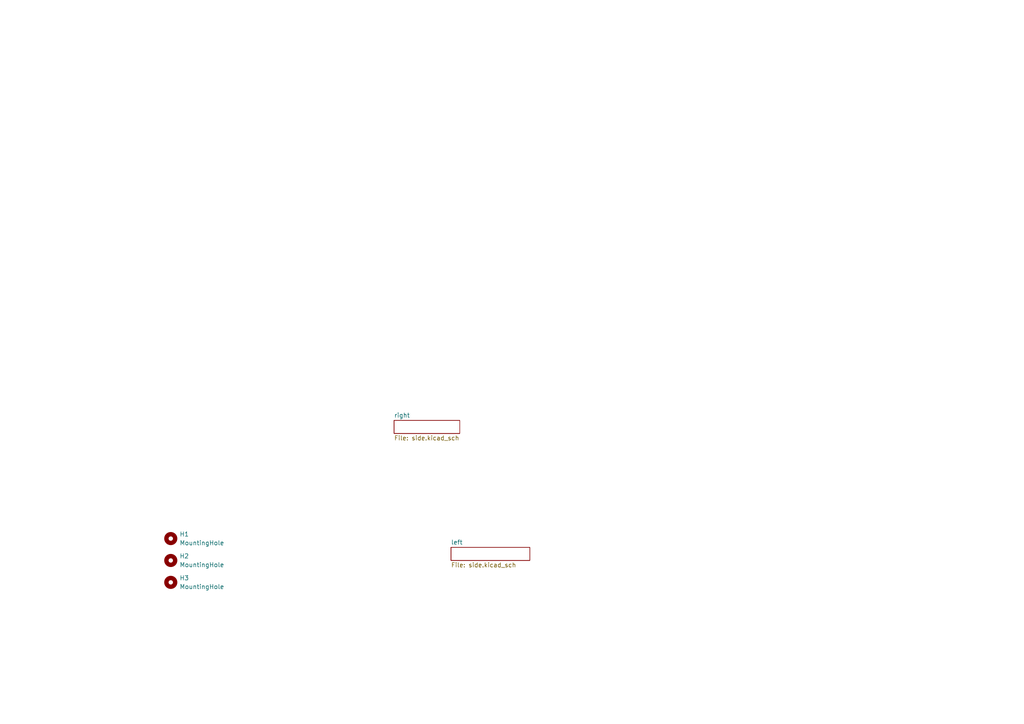
<source format=kicad_sch>
(kicad_sch
	(version 20250114)
	(generator "eeschema")
	(generator_version "9.0")
	(uuid "1c0d588c-d013-4b9f-86b5-90dbc80e600e")
	(paper "A4")
	(lib_symbols
		(symbol "Mechanical:MountingHole"
			(pin_names
				(offset 1.016)
			)
			(exclude_from_sim no)
			(in_bom no)
			(on_board yes)
			(property "Reference" "H"
				(at 0 5.08 0)
				(effects
					(font
						(size 1.27 1.27)
					)
				)
			)
			(property "Value" "MountingHole"
				(at 0 3.175 0)
				(effects
					(font
						(size 1.27 1.27)
					)
				)
			)
			(property "Footprint" ""
				(at 0 0 0)
				(effects
					(font
						(size 1.27 1.27)
					)
					(hide yes)
				)
			)
			(property "Datasheet" "~"
				(at 0 0 0)
				(effects
					(font
						(size 1.27 1.27)
					)
					(hide yes)
				)
			)
			(property "Description" "Mounting Hole without connection"
				(at 0 0 0)
				(effects
					(font
						(size 1.27 1.27)
					)
					(hide yes)
				)
			)
			(property "ki_keywords" "mounting hole"
				(at 0 0 0)
				(effects
					(font
						(size 1.27 1.27)
					)
					(hide yes)
				)
			)
			(property "ki_fp_filters" "MountingHole*"
				(at 0 0 0)
				(effects
					(font
						(size 1.27 1.27)
					)
					(hide yes)
				)
			)
			(symbol "MountingHole_0_1"
				(circle
					(center 0 0)
					(radius 1.27)
					(stroke
						(width 1.27)
						(type default)
					)
					(fill
						(type none)
					)
				)
			)
			(embedded_fonts no)
		)
	)
	(symbol
		(lib_id "Mechanical:MountingHole")
		(at 49.53 162.56 0)
		(unit 1)
		(exclude_from_sim no)
		(in_bom no)
		(on_board yes)
		(dnp no)
		(fields_autoplaced yes)
		(uuid "06054773-b83c-484b-837e-ca7beacee417")
		(property "Reference" "H2"
			(at 52.07 161.2899 0)
			(effects
				(font
					(size 1.27 1.27)
				)
				(justify left)
			)
		)
		(property "Value" "MountingHole"
			(at 52.07 163.8299 0)
			(effects
				(font
					(size 1.27 1.27)
				)
				(justify left)
			)
		)
		(property "Footprint" "Panelization:MouseBite-Slot_2.0x4.5mm_inset_D0.5mm_P0.85mm_5h_Trace"
			(at 49.53 162.56 0)
			(effects
				(font
					(size 1.27 1.27)
				)
				(hide yes)
			)
		)
		(property "Datasheet" "~"
			(at 49.53 162.56 0)
			(effects
				(font
					(size 1.27 1.27)
				)
				(hide yes)
			)
		)
		(property "Description" "Mounting Hole without connection"
			(at 49.53 162.56 0)
			(effects
				(font
					(size 1.27 1.27)
				)
				(hide yes)
			)
		)
		(instances
			(project "splitkeep"
				(path "/1c0d588c-d013-4b9f-86b5-90dbc80e600e"
					(reference "H2")
					(unit 1)
				)
			)
		)
	)
	(symbol
		(lib_id "Mechanical:MountingHole")
		(at 49.53 156.21 0)
		(unit 1)
		(exclude_from_sim no)
		(in_bom no)
		(on_board yes)
		(dnp no)
		(fields_autoplaced yes)
		(uuid "3e7b2570-7e8d-4406-8a4a-116e636d6208")
		(property "Reference" "H1"
			(at 52.07 154.9399 0)
			(effects
				(font
					(size 1.27 1.27)
				)
				(justify left)
			)
		)
		(property "Value" "MountingHole"
			(at 52.07 157.4799 0)
			(effects
				(font
					(size 1.27 1.27)
				)
				(justify left)
			)
		)
		(property "Footprint" "Panelization:MouseBite-Slot_2.0x4.5mm_inset_D0.5mm_P0.85mm_5h_Trace"
			(at 49.53 156.21 0)
			(effects
				(font
					(size 1.27 1.27)
				)
				(hide yes)
			)
		)
		(property "Datasheet" "~"
			(at 49.53 156.21 0)
			(effects
				(font
					(size 1.27 1.27)
				)
				(hide yes)
			)
		)
		(property "Description" "Mounting Hole without connection"
			(at 49.53 156.21 0)
			(effects
				(font
					(size 1.27 1.27)
				)
				(hide yes)
			)
		)
		(instances
			(project "splitkeep"
				(path "/1c0d588c-d013-4b9f-86b5-90dbc80e600e"
					(reference "H1")
					(unit 1)
				)
			)
		)
	)
	(symbol
		(lib_id "Mechanical:MountingHole")
		(at 49.53 168.91 0)
		(unit 1)
		(exclude_from_sim no)
		(in_bom no)
		(on_board yes)
		(dnp no)
		(fields_autoplaced yes)
		(uuid "86ec5ade-2318-4a51-a3bb-695fafb3d3b4")
		(property "Reference" "H3"
			(at 52.07 167.6399 0)
			(effects
				(font
					(size 1.27 1.27)
				)
				(justify left)
			)
		)
		(property "Value" "MountingHole"
			(at 52.07 170.1799 0)
			(effects
				(font
					(size 1.27 1.27)
				)
				(justify left)
			)
		)
		(property "Footprint" "Panelization:MouseBite-Slot_2.0x4.5mm_inset_D0.5mm_P0.85mm_5h_Trace"
			(at 49.53 168.91 0)
			(effects
				(font
					(size 1.27 1.27)
				)
				(hide yes)
			)
		)
		(property "Datasheet" "~"
			(at 49.53 168.91 0)
			(effects
				(font
					(size 1.27 1.27)
				)
				(hide yes)
			)
		)
		(property "Description" "Mounting Hole without connection"
			(at 49.53 168.91 0)
			(effects
				(font
					(size 1.27 1.27)
				)
				(hide yes)
			)
		)
		(instances
			(project "splitkeep"
				(path "/1c0d588c-d013-4b9f-86b5-90dbc80e600e"
					(reference "H3")
					(unit 1)
				)
			)
		)
	)
	(sheet
		(at 130.81 158.75)
		(size 22.86 3.81)
		(exclude_from_sim no)
		(in_bom yes)
		(on_board yes)
		(dnp no)
		(fields_autoplaced yes)
		(stroke
			(width 0.1524)
			(type solid)
		)
		(fill
			(color 0 0 0 0.0000)
		)
		(uuid "3001ddce-8213-498b-8363-0ffd3c89e523")
		(property "Sheetname" "left"
			(at 130.81 158.0384 0)
			(effects
				(font
					(size 1.27 1.27)
				)
				(justify left bottom)
			)
		)
		(property "Sheetfile" "side.kicad_sch"
			(at 130.81 163.1446 0)
			(effects
				(font
					(size 1.27 1.27)
				)
				(justify left top)
			)
		)
		(instances
			(project "best everdonet-splitkeep"
				(path "/1c0d588c-d013-4b9f-86b5-90dbc80e600e"
					(page "2")
				)
			)
		)
	)
	(sheet
		(at 114.3 121.92)
		(size 19.05 3.81)
		(exclude_from_sim no)
		(in_bom yes)
		(on_board yes)
		(dnp no)
		(fields_autoplaced yes)
		(stroke
			(width 0.1524)
			(type solid)
		)
		(fill
			(color 0 0 0 0.0000)
		)
		(uuid "d4cd9308-2d90-45d7-a6b1-19700bdb3742")
		(property "Sheetname" "right"
			(at 114.3 121.2084 0)
			(effects
				(font
					(size 1.27 1.27)
				)
				(justify left bottom)
			)
		)
		(property "Sheetfile" "side.kicad_sch"
			(at 114.3 126.3146 0)
			(effects
				(font
					(size 1.27 1.27)
				)
				(justify left top)
			)
		)
		(instances
			(project "best everdonet-splitkeep"
				(path "/1c0d588c-d013-4b9f-86b5-90dbc80e600e"
					(page "3")
				)
			)
		)
	)
	(sheet_instances
		(path "/"
			(page "1")
		)
	)
	(embedded_fonts no)
)

</source>
